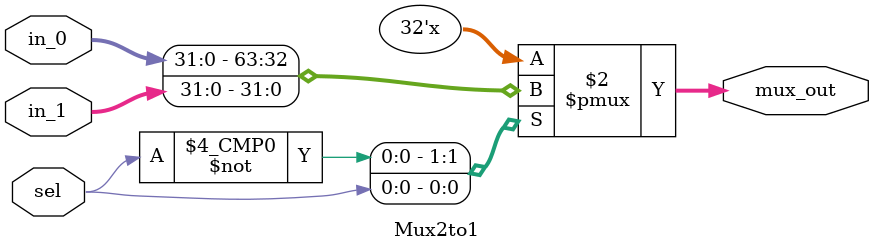
<source format=sv>
module Mux2to1 (
    input logic [31:0] in_0,
    input logic [31:0] in_1,
    input logic        sel,
    
    output logic [31:0] mux_out
);

    always_comb begin 
        case (sel)
            1'b0: mux_out = in_0;
            1'b1: mux_out = in_1; 
        endcase
    end
    
endmodule
</source>
